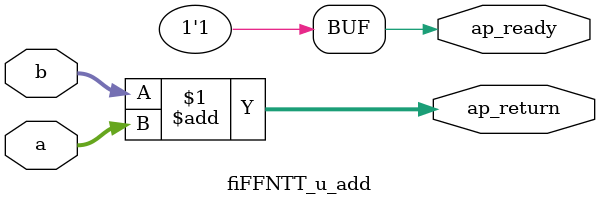
<source format=v>

`timescale 1 ns / 1 ps 

module fiFFNTT_u_add (
        ap_ready,
        a,
        b,
        ap_return
);


output   ap_ready;
input  [31:0] a;
input  [31:0] b;
output  [31:0] ap_return;

assign ap_ready = 1'b1;

assign ap_return = (b + a);

endmodule //fiFFNTT_u_add

</source>
